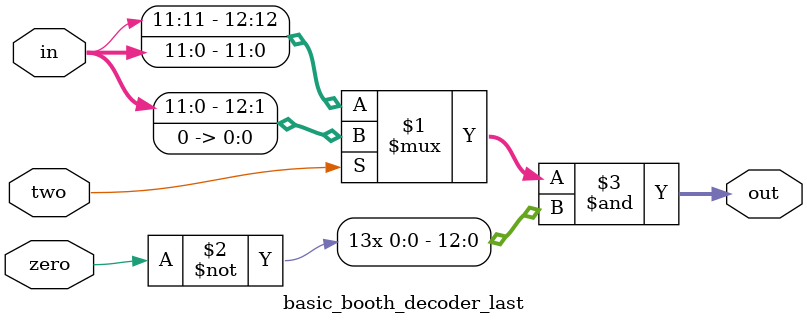
<source format=v>
`timescale 1ns / 1ps


module basic_booth_decoder(
    input zero,
    input two,
    input neg,
    input [11:0] in,
    output [12:0] out
    );
    assign out=((two? {in,1'b0}:{in[11],in})^{13{neg}})&{13{~zero}};
endmodule

module basic_booth_decoder_last(
    input zero,
    input two,
    input [11:0] in,
    output [12:0] out
    );
    assign out=((two? {in,1'b0}:{in[11],in}))&{13{~zero}};
endmodule

</source>
